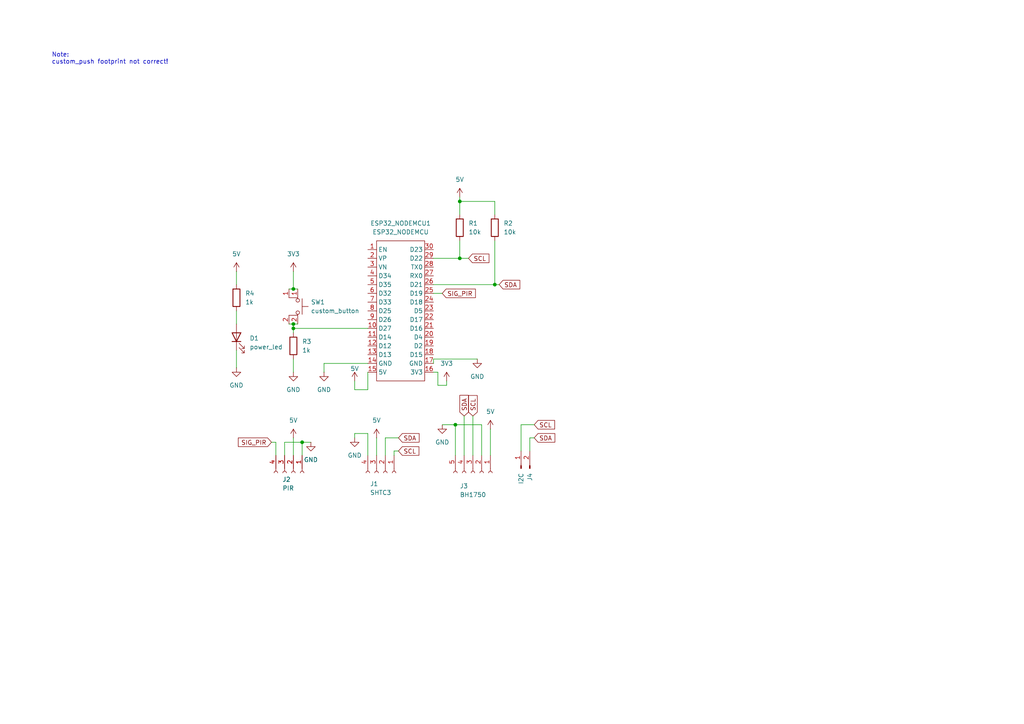
<source format=kicad_sch>
(kicad_sch (version 20231120) (generator "eeschema") (generator_version "8.0")
  (paper "A4")
  (lib_symbols
    (symbol "Connector:Conn_01x02_Pin" (pin_names (offset 1.016) hide)
      (property "Reference" "J" (at 0 2.54 0))
      (property "Value" "Conn_01x02_Pin" (at 0 -5.08 0))
      (symbol "Conn_01x02_Pin_1_1"
        (polyline (pts (xy 1.27 -2.54) (xy 0.8636 -2.54)) (stroke (width 0.1524)))
        (polyline (pts (xy 1.27 0) (xy 0.8636 0)) (stroke (width 0.1524)))
        (rectangle (start 0.8636 -2.413) (end 0 -2.667) (stroke (width 0.1524)) (fill (type outline)))
        (rectangle (start 0.8636 0.127) (end 0 -0.127) (stroke (width 0.1524)) (fill (type outline)))
        (pin passive line (at 5.08 0 180) (length 3.81) (name "Pin_1") (number "1"))
        (pin passive line (at 5.08 -2.54 180) (length 3.81) (name "Pin_2") (number "2"))
      )
    )
    (symbol "Connector:Conn_01x04_Socket" (pin_names (offset 1.016) hide)
      (property "Reference" "J" (at 0 5.08 0))
      (property "Value" "Conn_01x04_Socket" (at 0 -7.62 0))
      (symbol "Conn_01x04_Socket_1_1"
        (arc (start 0 -4.572) (mid -0.5058 -5.08) (end 0 -5.588) (stroke (width 0.1524)))
        (arc (start 0 -2.032) (mid -0.5058 -2.54) (end 0 -3.048) (stroke (width 0.1524)))
        (polyline (pts (xy -1.27 -5.08) (xy -0.508 -5.08)) (stroke (width 0.1524)))
        (polyline (pts (xy -1.27 -2.54) (xy -0.508 -2.54)) (stroke (width 0.1524)))
        (polyline (pts (xy -1.27 0) (xy -0.508 0)) (stroke (width 0.1524)))
        (polyline (pts (xy -1.27 2.54) (xy -0.508 2.54)) (stroke (width 0.1524)))
        (arc (start 0 0.508) (mid -0.5058 0) (end 0 -0.508) (stroke (width 0.1524)))
        (arc (start 0 3.048) (mid -0.5058 2.54) (end 0 2.032) (stroke (width 0.1524)))
        (pin passive line (at -5.08 2.54 0) (length 3.81) (name "Pin_1") (number "1"))
        (pin passive line (at -5.08 0 0) (length 3.81) (name "Pin_2") (number "2"))
        (pin passive line (at -5.08 -2.54 0) (length 3.81) (name "Pin_3") (number "3"))
        (pin passive line (at -5.08 -5.08 0) (length 3.81) (name "Pin_4") (number "4"))
      )
    )
    (symbol "Connector:Conn_01x05_Socket" (pin_names (offset 1.016) hide)
      (property "Reference" "J" (at 0 7.62 0))
      (property "Value" "Conn_01x05_Socket" (at 0 -7.62 0))
      (symbol "Conn_01x05_Socket_1_1"
        (arc (start 0 -4.572) (mid -0.5058 -5.08) (end 0 -5.588) (stroke (width 0.1524)))
        (arc (start 0 -2.032) (mid -0.5058 -2.54) (end 0 -3.048) (stroke (width 0.1524)))
        (polyline (pts (xy -1.27 -5.08) (xy -0.508 -5.08)) (stroke (width 0.1524)))
        (polyline (pts (xy -1.27 -2.54) (xy -0.508 -2.54)) (stroke (width 0.1524)))
        (polyline (pts (xy -1.27 0) (xy -0.508 0)) (stroke (width 0.1524)))
        (polyline (pts (xy -1.27 2.54) (xy -0.508 2.54)) (stroke (width 0.1524)))
        (polyline (pts (xy -1.27 5.08) (xy -0.508 5.08)) (stroke (width 0.1524)))
        (arc (start 0 0.508) (mid -0.5058 0) (end 0 -0.508) (stroke (width 0.1524)))
        (arc (start 0 3.048) (mid -0.5058 2.54) (end 0 2.032) (stroke (width 0.1524)))
        (arc (start 0 5.588) (mid -0.5058 5.08) (end 0 4.572) (stroke (width 0.1524)))
        (pin passive line (at -5.08 5.08 0) (length 3.81) (name "Pin_1") (number "1"))
        (pin passive line (at -5.08 2.54 0) (length 3.81) (name "Pin_2") (number "2"))
        (pin passive line (at -5.08 0 0) (length 3.81) (name "Pin_3") (number "3"))
        (pin passive line (at -5.08 -2.54 0) (length 3.81) (name "Pin_4") (number "4"))
        (pin passive line (at -5.08 -5.08 0) (length 3.81) (name "Pin_5") (number "5"))
      )
    )
    (symbol "Device:LED" (pin_numbers hide) (pin_names (offset 1.016) hide)
      (property "Reference" "D" (at 0 2.54 0))
      (property "Value" "LED" (at 0 -2.54 0))
      (symbol "LED_0_1"
        (polyline (pts (xy -1.27 -1.27) (xy -1.27 1.27)) (stroke (width 0.254)))
        (polyline (pts (xy -1.27 0) (xy 1.27 0)))
        (polyline (pts (xy 1.27 -1.27) (xy 1.27 1.27) (xy -1.27 0) (xy 1.27 -1.27)) (stroke (width 0.254)))
        (polyline (pts (xy -3.048 -0.762) (xy -4.572 -2.286) (xy -3.81 -2.286) (xy -4.572 -2.286) (xy -4.572 -1.524)))
        (polyline (pts (xy -1.778 -0.762) (xy -3.302 -2.286) (xy -2.54 -2.286) (xy -3.302 -2.286) (xy -3.302 -1.524)))
      )
      (symbol "LED_1_1"
        (pin passive line (at -3.81 0 0) (length 2.54) (name "K") (number "1"))
        (pin passive line (at 3.81 0 180) (length 2.54) (name "A") (number "2"))
      )
    )
    (symbol "Device:R" (pin_numbers hide) (pin_names (offset 0))
      (property "Reference" "R" (at 2.032 0 90))
      (property "Value" "R" (at 0 0 90))
      (symbol "R_0_1"
        (rectangle (start -1.016 -2.54) (end 1.016 2.54) (stroke (width 0.254)))
      )
      (symbol "R_1_1"
        (pin passive line (at 0 3.81 270) (length 1.27) (name "~") (number "1"))
        (pin passive line (at 0 -3.81 90) (length 1.27) (name "~") (number "2"))
      )
    )
    (symbol "Switch:SW_MEC_5E" (pin_names (offset 1.016) hide)
      (property "Reference" "SW1" (at 0 10.16 0))
      (property "Value" "SW_MEC_5E" (at 0 7.62 0))
      (symbol "SW_MEC_5E_0_1"
        (circle (center -1.778 2.54) (radius 0.508))
        (polyline (pts (xy -2.286 3.81) (xy 2.286 3.81)))
        (polyline (pts (xy 0 3.81) (xy 0 5.588)))
        (polyline (pts (xy -2.54 0) (xy -2.54 2.54) (xy -2.286 2.54)))
        (polyline (pts (xy 2.54 0) (xy 2.54 2.54) (xy 2.286 2.54)))
        (circle (center 1.778 2.54) (radius 0.508))
        (pin passive line (at -5.08 2.54 0) (length 2.54) (name "1") (number "1"))
      )
      (symbol "SW_MEC_5E_1_1"
        (pin passive line (at -5.08 0 0) (length 2.54) (name "2") (number "1"))
        (pin passive line (at 5.08 2.54 180) (length 2.54) (name "A") (number "2"))
        (pin passive line (at 5.08 0 180) (length 2.54) (name "K") (number "2"))
      )
    )
    (symbol "_mylibs:ESP32_NODEMCU"
      (property "Reference" "ESP32_NODEMCU" (at 6.604 1.27 0))
      (property "Value" "ESP32_NODEMCU" (at 6.858 -41.91 0))
      (symbol "ESP32_NODEMCU_0_1"
        (rectangle (start 0 0) (end 13.97 -40.64))
      )
      (symbol "ESP32_NODEMCU_1_1"
        (pin input line (at -2.54 -2.54 0) (length 2.54) (name "EN") (number "1"))
        (pin input line (at -2.54 -25.4 0) (length 2.54) (name "D27") (number "10"))
        (pin input line (at -2.54 -27.94 0) (length 2.54) (name "D14") (number "11"))
        (pin input line (at -2.54 -30.48 0) (length 2.54) (name "D12") (number "12"))
        (pin input line (at -2.54 -33.02 0) (length 2.54) (name "D13") (number "13"))
        (pin output line (at -2.54 -35.56 0) (length 2.54) (name "GND") (number "14"))
        (pin power_in line (at -2.54 -38.1 0) (length 2.54) (name "5V") (number "15"))
        (pin power_out line (at 16.51 -38.1 180) (length 2.54) (name "3V3") (number "16"))
        (pin output line (at 16.51 -35.56 180) (length 2.54) (name "GND") (number "17"))
        (pin input line (at 16.51 -33.02 180) (length 2.54) (name "D15") (number "18"))
        (pin input line (at 16.51 -30.48 180) (length 2.54) (name "D2") (number "19"))
        (pin input line (at -2.54 -5.08 0) (length 2.54) (name "VP") (number "2"))
        (pin input line (at 16.51 -27.94 180) (length 2.54) (name "D4") (number "20"))
        (pin input line (at 16.51 -25.4 180) (length 2.54) (name "D16") (number "21"))
        (pin input line (at 16.51 -22.86 180) (length 2.54) (name "D17") (number "22"))
        (pin input line (at 16.51 -20.32 180) (length 2.54) (name "D5") (number "23"))
        (pin input line (at 16.51 -17.78 180) (length 2.54) (name "D18") (number "24"))
        (pin input line (at 16.51 -15.24 180) (length 2.54) (name "D19") (number "25"))
        (pin input line (at 16.51 -12.7 180) (length 2.54) (name "D21") (number "26"))
        (pin input line (at 16.51 -10.16 180) (length 2.54) (name "RX0") (number "27"))
        (pin input line (at 16.51 -7.62 180) (length 2.54) (name "TX0") (number "28"))
        (pin input line (at 16.51 -5.08 180) (length 2.54) (name "D22") (number "29"))
        (pin input line (at -2.54 -7.62 0) (length 2.54) (name "VN") (number "3"))
        (pin input line (at 16.51 -2.54 180) (length 2.54) (name "D23") (number "30"))
        (pin input line (at -2.54 -10.16 0) (length 2.54) (name "D34") (number "4"))
        (pin input line (at -2.54 -12.7 0) (length 2.54) (name "D35") (number "5"))
        (pin input line (at -2.54 -15.24 0) (length 2.54) (name "D32") (number "6"))
        (pin input line (at -2.54 -17.78 0) (length 2.54) (name "D33") (number "7"))
        (pin input line (at -2.54 -20.32 0) (length 2.54) (name "D25") (number "8"))
        (pin input line (at -2.54 -22.86 0) (length 2.54) (name "D26") (number "9"))
      )
    )
    (symbol "power:GND" (power) (pin_numbers hide) (pin_names (offset 0) hide)
      (property "Value" "GND" (at 0 -3.81 0))
      (symbol "GND_0_1"
        (polyline (pts (xy 0 0) (xy 0 -1.27) (xy 1.27 -1.27) (xy 0 -2.54) (xy -1.27 -1.27) (xy 0 -1.27)))
      )
      (symbol "GND_1_1"
        (pin power_in line (at 0 0 270) (length 0) (name "~") (number "1"))
      )
    )
    (symbol "power:VCC" (power) (pin_numbers hide) (pin_names (offset 0) hide)
      (property "Value" "VCC" (at 0 3.556 0))
      (symbol "VCC_0_1"
        (polyline (pts (xy -0.762 1.27) (xy 0 2.54)))
        (polyline (pts (xy 0 0) (xy 0 2.54)))
        (polyline (pts (xy 0 2.54) (xy 0.762 1.27)))
      )
      (symbol "VCC_1_1"
        (pin power_in line (at 0 0 90) (length 0) (name "~") (number "1"))
      )
    )
  )
  (junction (at 143.51 82.55))
  (junction (at 133.35 58.42))
  (junction (at 133.35 74.93))
  (junction (at 87.63 128.27))
  (junction (at 132.08 123.19))
  (junction (at 85.09 93.98))
  (junction (at 85.09 95.25))
  (junction (at 85.09 83.82))
  (wire (pts (xy 93.98 105.41) (xy 93.98 107.95)))
  (wire (pts (xy 68.58 101.6) (xy 68.58 106.68)))
  (wire (pts (xy 90.17 128.27) (xy 87.63 128.27)))
  (wire (pts (xy 139.7 132.08) (xy 139.7 123.19)))
  (wire (pts (xy 102.87 110.49) (xy 102.87 113.03)))
  (wire (pts (xy 125.73 104.14) (xy 125.73 105.41)))
  (wire (pts (xy 125.73 104.14) (xy 138.43 104.14)))
  (wire (pts (xy 106.68 125.73) (xy 102.87 125.73)))
  (wire (pts (xy 143.51 69.85) (xy 143.51 82.55)))
  (wire (pts (xy 133.35 74.93) (xy 135.89 74.93)))
  (wire (pts (xy 106.68 105.41) (xy 93.98 105.41)))
  (wire (pts (xy 114.3 130.81) (xy 114.3 132.08)))
  (wire (pts (xy 132.08 123.19) (xy 132.08 132.08)))
  (wire (pts (xy 125.73 107.95) (xy 127 107.95)))
  (wire (pts (xy 125.73 74.93) (xy 133.35 74.93)))
  (wire (pts (xy 85.09 95.25) (xy 85.09 96.52)))
  (wire (pts (xy 154.94 123.19) (xy 151.13 123.19)))
  (wire (pts (xy 134.62 120.65) (xy 134.62 132.08)))
  (wire (pts (xy 154.94 127) (xy 153.67 127)))
  (wire (pts (xy 82.55 128.27) (xy 82.55 132.08)))
  (wire (pts (xy 85.09 127) (xy 85.09 132.08)))
  (wire (pts (xy 115.57 127) (xy 111.76 127)))
  (wire (pts (xy 153.67 127) (xy 153.67 130.81)))
  (wire (pts (xy 87.63 128.27) (xy 87.63 132.08)))
  (wire (pts (xy 83.82 83.82) (xy 85.09 83.82)))
  (wire (pts (xy 106.68 107.95) (xy 106.68 113.03)))
  (wire (pts (xy 82.55 128.27) (xy 87.63 128.27)))
  (wire (pts (xy 111.76 127) (xy 111.76 132.08)))
  (wire (pts (xy 78.74 128.27) (xy 80.01 128.27)))
  (wire (pts (xy 85.09 104.14) (xy 85.09 107.95)))
  (wire (pts (xy 151.13 123.19) (xy 151.13 130.81)))
  (wire (pts (xy 102.87 125.73) (xy 102.87 127)))
  (wire (pts (xy 106.68 113.03) (xy 102.87 113.03)))
  (wire (pts (xy 85.09 78.74) (xy 85.09 83.82)))
  (wire (pts (xy 85.09 83.82) (xy 86.36 83.82)))
  (wire (pts (xy 143.51 82.55) (xy 144.78 82.55)))
  (wire (pts (xy 133.35 58.42) (xy 143.51 58.42)))
  (wire (pts (xy 133.35 58.42) (xy 133.35 57.15)))
  (wire (pts (xy 143.51 62.23) (xy 143.51 58.42)))
  (wire (pts (xy 142.24 124.46) (xy 142.24 132.08)))
  (wire (pts (xy 133.35 74.93) (xy 133.35 69.85)))
  (wire (pts (xy 132.08 123.19) (xy 128.27 123.19)))
  (wire (pts (xy 68.58 78.74) (xy 68.58 82.55)))
  (wire (pts (xy 80.01 128.27) (xy 80.01 132.08)))
  (wire (pts (xy 109.22 127) (xy 109.22 132.08)))
  (wire (pts (xy 133.35 62.23) (xy 133.35 58.42)))
  (wire (pts (xy 143.51 82.55) (xy 125.73 82.55)))
  (wire (pts (xy 68.58 90.17) (xy 68.58 93.98)))
  (wire (pts (xy 127 107.95) (xy 127 111.76)))
  (wire (pts (xy 85.09 93.98) (xy 85.09 95.25)))
  (wire (pts (xy 106.68 132.08) (xy 106.68 125.73)))
  (wire (pts (xy 85.09 95.25) (xy 106.68 95.25)))
  (wire (pts (xy 115.57 130.81) (xy 114.3 130.81)))
  (wire (pts (xy 83.82 93.98) (xy 85.09 93.98)))
  (wire (pts (xy 137.16 120.65) (xy 137.16 132.08)))
  (wire (pts (xy 129.54 111.76) (xy 129.54 110.49)))
  (wire (pts (xy 139.7 123.19) (xy 132.08 123.19)))
  (wire (pts (xy 125.73 85.09) (xy 128.27 85.09)))
  (wire (pts (xy 127 111.76) (xy 129.54 111.76)))
  (wire (pts (xy 85.09 93.98) (xy 86.36 93.98)))
  (text "Note: \ncustom_push footprint not correct!" (at 14.986 17.018 0) (effects (font (size 1.27 1.27)) (justify left)))
  (global_label "SCL" (shape input) (at 137.16 120.65 90) (property "Intersheetrefs" "${INTERSHEET_REFS}" (effects (hide yes))))
  (global_label "SCL" (shape input) (at 135.89 74.93 0) (property "Intersheetrefs" "${INTERSHEET_REFS}" (effects (hide yes))))
  (global_label "SDA" (shape input) (at 134.62 120.65 90) (property "Intersheetrefs" "${INTERSHEET_REFS}" (effects (hide yes))))
  (global_label "SDA" (shape input) (at 144.78 82.55 0) (property "Intersheetrefs" "${INTERSHEET_REFS}" (effects (hide yes))))
  (global_label "SIG_PIR" (shape input) (at 78.74 128.27 180) (property "Intersheetrefs" "${INTERSHEET_REFS}" (effects (hide yes))))
  (global_label "SCL" (shape input) (at 115.57 130.81 0) (property "Intersheetrefs" "${INTERSHEET_REFS}" (effects (hide yes))))
  (global_label "SIG_PIR" (shape input) (at 128.27 85.09 0) (property "Intersheetrefs" "${INTERSHEET_REFS}" (effects (hide yes))))
  (global_label "SDA" (shape input) (at 115.57 127 0) (property "Intersheetrefs" "${INTERSHEET_REFS}" (effects (hide yes))))
  (global_label "SCL" (shape input) (at 154.94 123.19 0) (property "Intersheetrefs" "${INTERSHEET_REFS}" (effects (hide yes))))
  (global_label "SDA" (shape input) (at 154.94 127 0) (property "Intersheetrefs" "${INTERSHEET_REFS}" (effects (hide yes))))
  (symbol (lib_id "Connector:Conn_01x02_Pin") (at 151.13 135.89 90) (unit 1)
    (property "Reference" "J4" (at 153.6701 137.16 0) (effects (justify right)))
    (property "Value" "I2C" (at 151.1301 137.16 0) (effects (justify right)))
    (property "Footprint" "Connector_PinHeader_2.54mm:PinHeader_1x02_P2.54mm_Vertical" (effects (hide yes)))
    (property "Description" "Generic connector, single row, 01x02, script generated" (effects (hide yes)))
  )
  (symbol (lib_id "Switch:SW_MEC_5E") (at 83.82 88.9 270) (unit 1)
    (property "Reference" "SW1" (at 90.17 87.6299 90) (effects (justify left)))
    (property "Value" "custom_button" (at 90.17 90.1699 90) (effects (justify left)))
    (property "Footprint" "Button_Switch_SMD:SW_Push_1P1T_NO_CK_KMR2" (effects (hide yes)))
    (property "Datasheet" "http://www.apem.com/int/index.php?controller=attachment&id_attachment=1371" (effects (hide yes)))
    (property "Description" "MEC 5E single pole normally-open tactile switch" (effects (hide yes)))
  )
  (symbol (lib_id "Device:R") (at 143.51 66.04 0) (unit 1)
    (property "Reference" "R2" (at 146.05 64.7699 0) (effects (justify left)))
    (property "Value" "10k" (at 146.05 67.3099 0) (effects (justify left)))
    (property "Footprint" "Resistor_SMD:R_0805_2012Metric" (effects (hide yes)))
    (property "Description" "Resistor" (effects (hide yes)))
  )
  (symbol (lib_id "power:GND") (at 85.09 107.95 0) (unit 1)
    (property "Reference" "#PWR6" (effects (hide yes)))
    (property "Value" "GND" (at 85.09 113.03 0))
    (property "Description" "Power symbol creates a global label with name \"GND\" , ground" (effects (hide yes)))
  )
  (symbol (lib_id "power:GND") (at 128.27 123.19 0) (unit 1)
    (property "Reference" "#PWR4" (effects (hide yes)))
    (property "Value" "GND" (at 128.27 128.27 0))
    (property "Description" "Power symbol creates a global label with name \"GND\" , ground" (effects (hide yes)))
  )
  (symbol (lib_id "power:VCC") (at 109.22 127 0) (unit 1)
    (property "Reference" "#PWR14" (effects (hide yes)))
    (property "Value" "5V" (at 109.22 121.92 0))
    (property "Description" "Power symbol creates a global label with name \"VCC\"" (effects (hide yes)))
  )
  (symbol (lib_id "power:VCC") (at 85.09 127 0) (unit 1)
    (property "Reference" "#PWR13" (effects (hide yes)))
    (property "Value" "5V" (at 85.09 121.92 0))
    (property "Description" "Power symbol creates a global label with name \"VCC\"" (effects (hide yes)))
  )
  (symbol (lib_id "Device:LED") (at 68.58 97.79 90) (unit 1)
    (property "Reference" "D1" (at 72.39 98.1074 90) (effects (justify right)))
    (property "Value" "power_led" (at 72.39 100.6474 90) (effects (justify right)))
    (property "Footprint" "LED_THT:LED_D3.0mm" (effects (hide yes)))
    (property "Description" "Light emitting diode" (effects (hide yes)))
  )
  (symbol (lib_id "power:GND") (at 93.98 107.95 0) (unit 1)
    (property "Reference" "#PWR5" (effects (hide yes)))
    (property "Value" "GND" (at 93.98 113.03 0))
    (property "Description" "Power symbol creates a global label with name \"GND\" , ground" (effects (hide yes)))
  )
  (symbol (lib_id "power:VCC") (at 102.87 110.49 0) (unit 1)
    (property "Reference" "#PWR10" (effects (hide yes)))
    (property "Value" "5V" (at 102.87 106.934 0))
    (property "Description" "Power symbol creates a global label with name \"VCC\"" (effects (hide yes)))
  )
  (symbol (lib_id "Device:R") (at 133.35 66.04 0) (unit 1)
    (property "Reference" "R1" (at 135.89 64.7699 0) (effects (justify left)))
    (property "Value" "10k" (at 135.89 67.3099 0) (effects (justify left)))
    (property "Footprint" "Resistor_SMD:R_0805_2012Metric" (effects (hide yes)))
    (property "Description" "Resistor" (effects (hide yes)))
  )
  (symbol (lib_id "Connector:Conn_01x04_Socket") (at 111.76 137.16 270) (unit 1)
    (property "Reference" "J1" (at 107.315 140.3349 90) (effects (justify left)))
    (property "Value" "SHTC3" (at 107.315 142.8749 90) (effects (justify left)))
    (property "Footprint" "Connector_PinSocket_2.54mm:PinSocket_1x04_P2.54mm_Vertical" (effects (hide yes)))
    (property "Description" "Generic connector, single row, 01x04, script generated" (effects (hide yes)))
  )
  (symbol (lib_id "Device:R") (at 85.09 100.33 0) (unit 1)
    (property "Reference" "R3" (at 87.63 99.0599 0) (effects (justify left)))
    (property "Value" "1k" (at 87.63 101.5999 0) (effects (justify left)))
    (property "Footprint" "Resistor_SMD:R_0805_2012Metric" (effects (hide yes)))
    (property "Description" "Resistor" (effects (hide yes)))
  )
  (symbol (lib_id "power:GND") (at 102.87 127 0) (unit 1)
    (property "Reference" "#PWR3" (effects (hide yes)))
    (property "Value" "GND" (at 102.87 132.08 0))
    (property "Description" "Power symbol creates a global label with name \"GND\" , ground" (effects (hide yes)))
  )
  (symbol (lib_id "Device:R") (at 68.58 86.36 0) (unit 1)
    (property "Reference" "R4" (at 71.12 85.0899 0) (effects (justify left)))
    (property "Value" "1k" (at 71.12 87.6299 0) (effects (justify left)))
    (property "Footprint" "Resistor_SMD:R_0805_2012Metric" (effects (hide yes)))
    (property "Description" "Resistor" (effects (hide yes)))
  )
  (symbol (lib_id "power:GND") (at 90.17 128.27 0) (unit 1)
    (property "Reference" "#PWR2" (effects (hide yes)))
    (property "Value" "GND" (at 90.17 133.35 0))
    (property "Description" "Power symbol creates a global label with name \"GND\" , ground" (effects (hide yes)))
  )
  (symbol (lib_id "power:VCC") (at 68.58 78.74 0) (unit 1)
    (property "Reference" "#PWR8" (effects (hide yes)))
    (property "Value" "5V" (at 68.58 73.66 0))
    (property "Description" "Power symbol creates a global label with name \"VCC\"" (effects (hide yes)))
  )
  (symbol (lib_id "power:GND") (at 138.43 104.14 0) (unit 1)
    (property "Reference" "#PWR1" (effects (hide yes)))
    (property "Value" "GND" (at 138.43 109.22 0))
    (property "Description" "Power symbol creates a global label with name \"GND\" , ground" (effects (hide yes)))
  )
  (symbol (lib_id "power:GND") (at 68.58 106.68 0) (unit 1)
    (property "Reference" "#PWR7" (effects (hide yes)))
    (property "Value" "GND" (at 68.58 111.76 0))
    (property "Description" "Power symbol creates a global label with name \"GND\" , ground" (effects (hide yes)))
  )
  (symbol (lib_id "power:VCC") (at 142.24 124.46 0) (unit 1)
    (property "Reference" "#PWR15" (effects (hide yes)))
    (property "Value" "5V" (at 142.24 119.38 0))
    (property "Description" "Power symbol creates a global label with name \"VCC\"" (effects (hide yes)))
  )
  (symbol (lib_id "power:VCC") (at 133.35 57.15 0) (unit 1)
    (property "Reference" "#PWR12" (effects (hide yes)))
    (property "Value" "5V" (at 133.35 52.07 0))
    (property "Description" "Power symbol creates a global label with name \"VCC\"" (effects (hide yes)))
  )
  (symbol (lib_id "_mylibs:ESP32_NODEMCU") (at 109.22 69.85 0) (unit 1)
    (property "Reference" "ESP32_NODEMCU1" (at 116.205 64.77 0))
    (property "Value" "ESP32_NODEMCU" (at 116.205 67.31 0))
    (property "Footprint" "_myLibrary:ESP32_NODEMCU" (effects (hide yes)))
  )
  (symbol (lib_id "power:VCC") (at 129.54 110.49 0) (unit 1)
    (property "Reference" "#PWR11" (effects (hide yes)))
    (property "Value" "3V3" (at 129.54 105.41 0))
    (property "Description" "Power symbol creates a global label with name \"VCC\"" (effects (hide yes)))
  )
  (symbol (lib_id "Connector:Conn_01x05_Socket") (at 137.16 137.16 270) (unit 1)
    (property "Reference" "J3" (at 133.35 140.9699 90) (effects (justify left)))
    (property "Value" "BH1750" (at 133.35 143.5099 90) (effects (justify left)))
    (property "Footprint" "Connector_PinSocket_2.54mm:PinSocket_1x05_P2.54mm_Vertical" (effects (hide yes)))
    (property "Description" "Generic connector, single row, 01x05, script generated" (effects (hide yes)))
  )
  (symbol (lib_id "Connector:Conn_01x04_Socket") (at 85.09 137.16 270) (unit 1)
    (property "Reference" "J2" (at 81.915 139.0649 90) (effects (justify left)))
    (property "Value" "PIR" (at 81.915 141.6049 90) (effects (justify left)))
    (property "Footprint" "Connector_PinSocket_2.54mm:PinSocket_1x04_P2.54mm_Vertical" (effects (hide yes)))
    (property "Description" "Generic connector, single row, 01x04, script generated" (effects (hide yes)))
  )
  (symbol (lib_id "power:VCC") (at 85.09 78.74 0) (unit 1)
    (property "Reference" "#PWR9" (effects (hide yes)))
    (property "Value" "3V3" (at 85.09 73.66 0))
    (property "Description" "Power symbol creates a global label with name \"VCC\"" (effects (hide yes)))
  )
)
</source>
